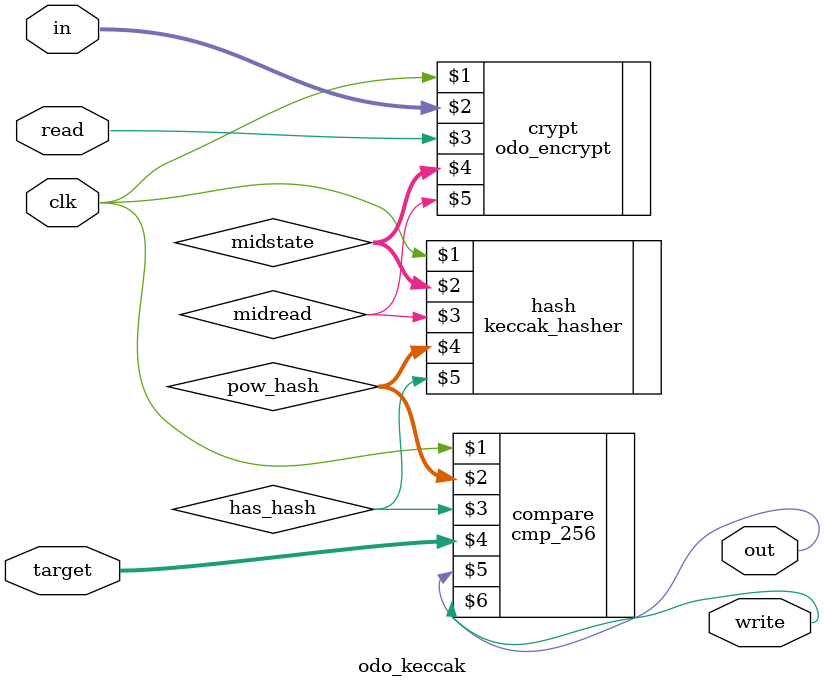
<source format=v>
`define THROUGHPUT 1000

module odo_keccak(clk, in, read, target, out, write);
    input clk;
    input [639:0] in;
    input read;
    input [255:0] target;
    output out;
    output write;

    wire [639:0] midstate;
    wire midread;
    wire [255:0] pow_hash;
    wire has_hash;
    
    odo_encrypt crypt(clk, in, read, midstate, midread);
    keccak_hasher #(640, `THROUGHPUT) hash(clk, midstate, midread, pow_hash, has_hash);
    cmp_256 compare(clk, pow_hash, has_hash, target, out, write);
endmodule
</source>
